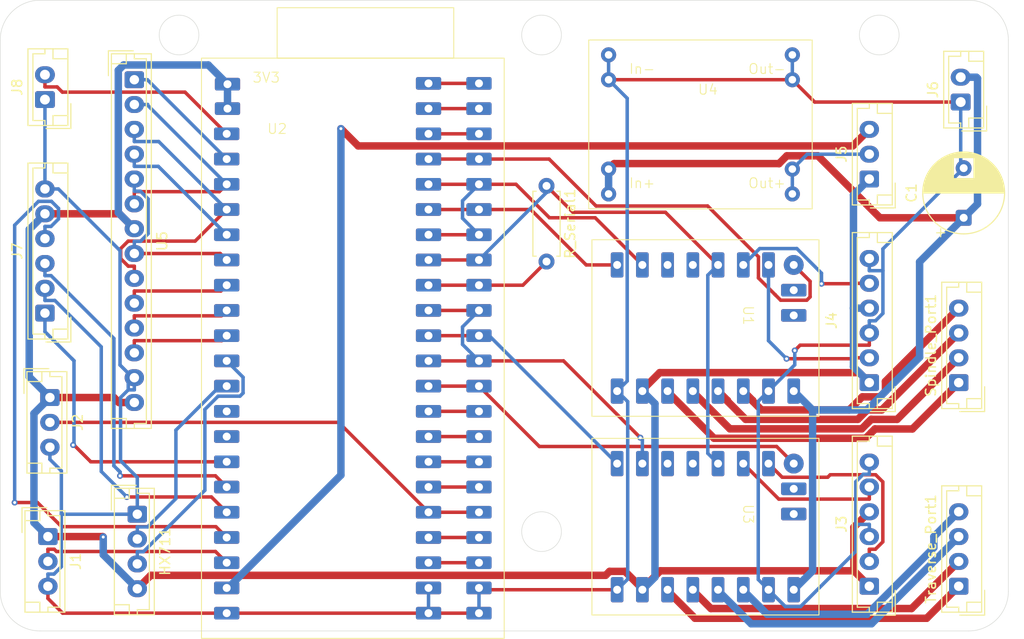
<source format=kicad_pcb>
(kicad_pcb (version 20241229) (generator "pcbnew") (generator_version "9.0")
  (layers (0 "F.Cu" signal) (2 "B.Cu" signal) (13 "F.Paste" user) (15 "B.Paste" user) (5 "F.SilkS" user "F.Silkscreen") (7 "B.SilkS" user "B.Silkscreen") (1 "F.Mask" user) (3 "B.Mask" user) (25 "Edge.Cuts" user))
  (net 0 "")
  (net 1 "+24V")
  (net 2 "GND")
  (net 3 "/P3")
  (net 4 "+3V3")
  (net 5 "/P8")
  (net 6 "/P14")
  (net 7 "/P46")
  (net 8 "Net-(J3-Pin_5)")
  (net 9 "Net-(J3-Pin_2)")
  (net 10 "Net-(J4-Pin_5)")
  (net 11 "Net-(J4-Pin_2)")
  (net 12 "/5V")
  (net 13 "Net-(J5-Pin_2)")
  (net 14 "/P40")
  (net 15 "/P39")
  (net 16 "Net-(Spindle_Port1-Pin_2)")
  (net 17 "Net-(Spindle_Port1-Pin_1)")
  (net 18 "Net-(Spindle_Port1-Pin_3)")
  (net 19 "Net-(Spindle_Port1-Pin_4)")
  (net 20 "Net-(Traverse_Port1-Pin_1)")
  (net 21 "Net-(Traverse_Port1-Pin_2)")
  (net 22 "Net-(Traverse_Port1-Pin_3)")
  (net 23 "Net-(Traverse_Port1-Pin_4)")
  (net 25 "/P1")
  (net 26 "/P2")
  (net 28 "/P42")
  (net 30 "unconnected-(U2-RX-Pad25)")
  (net 31 "unconnected-(U2-GND-Pad23)")
  (net 32 "unconnected-(U2-TX-Pad24)")
  (net 33 "/P36")
  (net 34 "/P37")
  (net 36 "/P35")
  (net 39 "/P4")
  (net 40 "/P16")
  (net 41 "/P7")
  (net 42 "/P5")
  (net 43 "/P6")
  (net 44 "/P17")
  (net 45 "/P15")
  (net 46 "/P18")
  (net 47 "/P45")
  (net 48 "/P20")
  (net 49 "/P0")
  (net 50 "/P19")
  (net 51 "/P47")
  (net 52 "/P13")
  (net 53 "/P11")
  (net 54 "/P10")
  (net 55 "/P21")
  (net 56 "/P12")
  (net 57 "/P9")
  (net 58 "/RST")
  (net 59 "/P48")
  (footprint "Connector_JST:JST_EH_B4B-EH-A_1x04_P2.50mm_Vertical" (layer "F.Cu") (at 128.5 94.5 90)
    (property "Reference" "Spindle_Port1")
    (property "Value" "Conn_01x04_Pin")
  )
  (footprint "Connector_JST:JST_EH_B6B-EH-A_1x06_P2.50mm_Vertical" (layer "F.Cu") (at 119.5 94.5 90)
    (property "Reference" "J4")
    (property "Value" "Conn_01x06_Pin")
  )
  (footprint "CustomParts:S3 DEvkit DualW" (layer "F.Cu") (at 59.88 69.45)
    (property "Reference" "U2")
    (property "Value" "~")
  )
  (footprint "Connector_JST:JST_EH_B4B-EH-A_1x04_P2.50mm_Vertical" (layer "F.Cu") (at 128.5 115 90)
    (property "Reference" "Traverse_Port1")
    (property "Value" "Conn_01x04_Pin")
  )
  (footprint "Resistor_THT:R_Axial_DIN0207_L6.3mm_D2.5mm_P7.62mm_Horizontal" (layer "F.Cu") (at 87 74.69 -90)
    (property "Reference" "R_Serial1")
    (property "Value" "1k")
  )
  (footprint "CustomParts:MS1584_fullboard" (layer "F.Cu") (at 103.25 65.5)
    (property "Reference" "U4")
    (property "Value" "~")
  )
  (footprint "CustomParts:TC2209" (layer "F.Cu") (at 106.81 107.73 -90)
    (property "Reference" "U3")
    (property "Value" "~")
  )
  (footprint "Connector_JST:JST_EH_B14B-EH-A_1x14_P2.50mm_Vertical" (layer "F.Cu") (at 45.5 64 -90)
    (property "Reference" "U5")
    (property "Value" "~")
  )
  (footprint "Connector_JST:JST_EH_B6B-EH-A_1x06_P2.50mm_Vertical" (layer "F.Cu") (at 36.5 87.5 90)
    (property "Reference" "J7")
    (property "Value" "SD_card EXT")
  )
  (footprint "CustomParts:TC2209" (layer "F.Cu") (at 106.81 87.73 -90)
    (property "Reference" "U1")
    (property "Value" "~")
  )
  (footprint "Connector_JST:JST_EH_B6B-EH-A_1x06_P2.50mm_Vertical" (layer "F.Cu") (at 119.5 115 90)
    (property "Reference" "J3")
    (property "Value" "Conn_01x06_Pin")
  )
  (footprint "Connector_JST:JST_EH_B2B-EH-A_1x02_P2.50mm_Vertical" (layer "F.Cu") (at 36.5 66 90)
    (property "Reference" "J8")
    (property "Value" "Reset SW")
  )
  (footprint "Capacitor_THT:CP_Radial_D8.0mm_P5.00mm" (layer "F.Cu") (at 129 77.9027 90)
    (property "Reference" "C1")
    (property "Value" "C_Polarized")
  )
  (footprint "Connector_JST:JST_EH_B4B-EH-A_1x04_P2.50mm_Vertical" (layer "F.Cu") (at 45.8 107.75 -90)
    (property "Reference" "HX711")
    (property "Value" "~")
  )
  (footprint "Connector_JST:JST_EH_B2B-EH-A_1x02_P2.50mm_Vertical" (layer "F.Cu") (at 128.7 66.25 90)
    (property "Reference" "J6")
    (property "Value" "Conn_01x02_Pin")
  )
  (footprint "Connector_JST:JST_EH_B3B-EH-A_1x03_P2.50mm_Vertical" (layer "F.Cu") (at 36.8 110 -90)
    (property "Reference" "J1")
    (property "Value" "Speed_Pot")
  )
  (footprint "Connector_JST:JST_EH_B3B-EH-A_1x03_P2.50mm_Vertical" (layer "F.Cu") (at 37 96 -90)
    (property "Reference" "J2")
    (property "Value" "Optical_Gate")
  )
  (footprint "Connector_JST:JST_EH_B3B-EH-A_1x03_P2.50mm_Vertical" (layer "F.Cu") (at 119.5 74 90)
    (property "Reference" "J5")
    (property "Value" "Voltage Selector")
  )
  (gr_arc (start 129.5 56) (mid 132.328427 57.171573) (end 133.5 60) (stroke (width 0.05)) (layer "Edge.Cuts"))
  (gr_line (start 129.5 119.5) (end 36 119.5) (stroke (width 0.05)) (layer "Edge.Cuts"))
  (gr_circle (center 86.5 59.5) (end 86.5 61.5) (stroke (width 0.05)) (fill no) (layer "Edge.Cuts"))
  (gr_circle (center 50 59.5) (end 50 61.5) (stroke (width 0.05)) (fill no) (layer "Edge.Cuts"))
  (gr_circle (center 86.5 109.5) (end 86.5 111.5) (stroke (width 0.05)) (fill no) (layer "Edge.Cuts"))
  (gr_arc (start 32 60) (mid 33.171573 57.171573) (end 36 56) (stroke (width 0.05)) (layer "Edge.Cuts"))
  (gr_arc (start 133.5 115.5) (mid 132.328427 118.328427) (end 129.5 119.5) (stroke (width 0.05)) (layer "Edge.Cuts"))
  (gr_line (start 133.5 60) (end 133.5 115.5) (stroke (width 0.05)) (layer "Edge.Cuts"))
  (gr_circle (center 120.5 59.5) (end 120.5 61.5) (stroke (width 0.05)) (fill no) (layer "Edge.Cuts"))
  (gr_arc (start 36 119.5) (mid 33.171573 118.328427) (end 32 115.5) (stroke (width 0.05)) (layer "Edge.Cuts"))
  (gr_line (start 36 56) (end 129.5 56) (stroke (width 0.05)) (layer "Edge.Cuts"))
  (gr_line (start 32 115.5) (end 32 60) (stroke (width 0.05)) (layer "Edge.Cuts"))
  (segment (start 111.1955 71.6613) (end 114.3251 71.6613) (width 0.75) (layer "F.Cu") (net 1))
  (segment (start 120.5665 77.9027) (end 129 77.9027) (width 0.75) (layer "F.Cu") (net 1))
  (segment (start 114.3251 71.6613) (end 120.5665 77.9027) (width 0.75) (layer "F.Cu") (net 1))
  (segment (start 93.8044 72.4456) (end 110.4113 72.4456) (width 0.75) (layer "F.Cu") (net 1))
  (segment (start 110.4113 72.4455) (end 111.1955 71.6613) (width 0.75) (layer "F.Cu") (net 1))
  (segment (start 110.4113 72.4456) (end 110.4113 72.4455) (width 0.75) (layer "F.Cu") (net 1))
  (segment (start 93.25 73) (end 93.8044 72.4456) (width 0.75) (layer "F.Cu") (net 1))
  (segment (start 129 77.9027) (end 130.3933 76.5094) (width 0.75) (layer "B.Cu") (net 1))
  (segment (start 93.25 75.5) (end 93.25 73) (width 0.75) (layer "B.Cu") (net 1))
  (segment (start 113.789 97.249) (end 119.2545 97.249) (width 0.75) (layer "B.Cu") (net 1))
  (segment (start 113.789 97.249) (end 111.89 95.35) (width 0.75) (layer "B.Cu") (net 1))
  (segment (start 130.3933 63.8666) (end 130.2767 63.75) (width 0.75) (layer "B.Cu") (net 1))
  (segment (start 130.3933 76.5094) (end 130.3933 63.8666) (width 0.75) (layer "B.Cu") (net 1))
  (segment (start 111.89 115.35) (end 113.789 113.451) (width 0.75) (layer "B.Cu") (net 1))
  (segment (start 113.789 113.451) (end 113.789 97.249) (width 0.75) (layer "B.Cu") (net 1))
  (segment (start 124.5626 82.3401) (end 129 77.9027) (width 0.75) (layer "B.Cu") (net 1))
  (segment (start 119.2545 97.249) (end 124.5626 91.9409) (width 0.75) (layer "B.Cu") (net 1))
  (segment (start 128.7 63.75) (end 130.2767 63.75) (width 0.75) (layer "B.Cu") (net 1))
  (segment (start 124.5626 91.9409) (end 124.5626 82.3401) (width 0.75) (layer "B.Cu") (net 1))
  (segment (start 80.38 115.35) (end 80.2 115.17) (width 0.35) (layer "F.Cu") (net 2))
  (segment (start 75.12 117.71) (end 80.2 117.71) (width 0.35) (layer "F.Cu") (net 2))
  (segment (start 54.8 117.71) (end 75.12 117.71) (width 0.35) (layer "F.Cu") (net 2))
  (segment (start 93.25 64) (end 111.75 64) (width 0.35) (layer "F.Cu") (net 2))
  (segment (start 119.5 89.5) (end 119.5 90.7267) (width 0.35) (layer "F.Cu") (net 2))
  (segment (start 112.5314 90.7267) (end 119.5 90.7267) (width 0.35) (layer "F.Cu") (net 2))
  (segment (start 36.8 116.2267) (end 38.2833 117.71) (width 0.35) (layer "F.Cu") (net 2))
  (segment (start 111.9924 91.2657) (end 112.5314 90.7267) (width 0.35) (layer "F.Cu") (net 2))
  (segment (start 114 66.25) (end 128.7 66.25) (width 0.35) (layer "F.Cu") (net 2))
  (segment (start 111.75 64) (end 114 66.25) (width 0.35) (layer "F.Cu") (net 2))
  (segment (start 36.8 115) (end 36.8 116.2267) (width 0.35) (layer "F.Cu") (net 2))
  (segment (start 38.2833 117.71) (end 54.8 117.71) (width 0.35) (layer "F.Cu") (net 2))
  (segment (start 94.11 115.35) (end 80.38 115.35) (width 0.35) (layer "F.Cu") (net 2))
  (via (at 111.9924 91.2657) (size 0.6) (drill 0.3) (layers "F.Cu" "B.Cu") (net 2))
  (segment (start 118.1347 104.4787) (end 118.1347 108.7733) (width 0.35) (layer "B.Cu") (net 2))
  (segment (start 109.35 115.35) (end 108.3181 114.3181) (width 0.35) (layer "B.Cu") (net 2))
  (segment (start 120.1175 88.2733) (end 120.8686 87.5222) (width 0.35) (layer "B.Cu") (net 2))
  (segment (start 38.1527 107.75) (end 45.8 107.75) (width 0.35) (layer "B.Cu") (net 2))
  (segment (start 119.5 89.5) (end 119.5 88.2733) (width 0.35) (layer "B.Cu") (net 2))
  (segment (start 118.1347 108.7733) (end 119.5 108.7733) (width 0.35) (layer "B.Cu") (net 2))
  (segment (start 36.5 75) (end 37.8517 75) (width 0.35) (layer "B.Cu") (net 2))
  (segment (start 38.1527 103.3794) (end 37 102.2267) (width 0.35) (layer "B.Cu") (net 2))
  (segment (start 119.5 103.7267) (end 118.8867 103.7267) (width 0.35) (layer "B.Cu") (net 2))
  (segment (start 93.25 61.5) (end 93.25 64) (width 0.35) (layer "B.Cu") (net 2))
  (segment (start 120.8686 83.2267) (end 120.8686 81.0341) (width 0.35) (layer "B.Cu") (net 2))
  (segment (start 95.1224 94.3376) (end 95.1224 65.8724) (width 0.35) (layer "B.Cu") (net 2))
  (segment (start 45.5 95.2267) (end 44.8867 95.2267) (width 0.35) (layer "B.Cu") (net 2))
  (segment (start 109.35 95.35) (end 111.9924 92.7076) (width 0.35) (layer "B.Cu") (net 2))
  (segment (start 37 101) (end 37 102.2267) (width 0.35) (layer "B.Cu") (net 2))
  (segment (start 95.1224 65.8724) (end 93.25 64) (width 0.35) (layer "B.Cu") (net 2))
  (segment (start 94.11 95.35) (end 95.1224 94.3376) (width 0.35) (layer "B.Cu") (net 2))
  (segment (start 38.1527 107.75) (end 38.1527 103.3794) (width 0.35) (layer "B.Cu") (net 2))
  (segment (start 111.0386 117.0386) (end 109.35 115.35) (width 0.35) (layer "B.Cu") (net 2))
  (segment (start 108.3181 114.3181) (end 108.3181 96.3819) (width 0.35) (layer "B.Cu") (net 2))
  (segment (start 44.1119 102.3622) (end 45.8 104.0503) (width 0.35) (layer "B.Cu") (net 2))
  (segment (start 44.8867 93.5517) (end 44.8867 95.2267) (width 0.35) (layer "B.Cu") (net 2))
  (segment (start 112.5838 117.0386) (end 111.0386 117.0386) (width 0.35) (layer "B.Cu") (net 2))
  (segment (start 44.0602 81.2085) (end 44.0602 92.7252) (width 0.35) (layer "B.Cu") (net 2))
  (segment (start 95.1729 96.4129) (end 95.1729 114.2871) (width 0.35) (layer "B.Cu") (net 2))
  (segment (start 119.5 82) (end 119.5 83.2267) (width 0.35) (layer "B.Cu") (net 2))
  (segment (start 108.3181 96.3819) (end 109.35 95.35) (width 0.35) (layer "B.Cu") (net 2))
  (segment (start 80.2 115.17) (end 80.2 117.71) (width 0.35) (layer "B.Cu") (net 2))
  (segment (start 45.5 94) (end 45.5 95.2267) (width 0.35) (layer "B.Cu") (net 2))
  (segment (start 75.12 115.17) (end 75.12 117.71) (width 0.35) (layer "B.Cu") (net 2))
  (segment (start 118.1347 108.7733) (end 118.1347 111.4877) (width 0.35) (layer "B.Cu") (net 2))
  (segment (start 120.8686 87.5222) (end 120.8686 83.2267) (width 0.35) (layer "B.Cu") (net 2))
  (segment (start 45.8 104.0503) (end 45.8 107.75) (width 0.35) (layer "B.Cu") (net 2))
  (segment (start 126.9505 74.9522) (end 129 72.9027) (width 0.35) (layer "B.Cu") (net 2))
  (segment (start 119.5 102.5) (end 119.5 103.7267) (width 0.35) (layer "B.Cu") (net 2))
  (segment (start 111.75 64) (end 111.75 61.5) (width 0.35) (layer "B.Cu") (net 2))
  (segment (start 120.8686 81.0341) (end 126.9505 74.9522) (width 0.35) (layer "B.Cu") (net 2))
  (segment (start 128.7 73.2027) (end 128.7 66.25) (width 0.35) (layer "B.Cu") (net 2))
  (segment (start 36.8 115) (end 36.8 113.7733) (width 0.35) (layer "B.Cu") (net 2))
  (segment (start 119.5 110) (end 119.5 108.7733) (width 0.35) (layer "B.Cu") (net 2))
  (segment (start 44.8867 95.2267) (end 44.1119 96.0015) (width 0.35) (layer "B.Cu") (net 2))
  (segment (start 126.9505 74.9522) (end 128.7 73.2027) (width 0.35) (layer "B.Cu") (net 2))
  (segment (start 44.1119 96.0015) (end 44.1119 102.3622) (width 0.35) (layer "B.Cu") (net 2))
  (segment (start 118.8867 103.7267) (end 118.1347 104.4787) (width 0.35) (layer "B.Cu") (net 2))
  (segment (start 94.11 95.35) (end 95.1729 96.4129) (width 0.35) (layer "B.Cu") (net 2))
  (segment (start 95.1729 114.2871) (end 94.11 115.35) (width 0.35) (layer "B.Cu") (net 2))
  (segment (start 44.0602 92.7252) (end 44.8867 93.5517) (width 0.35) (layer "B.Cu") (net 2))
  (segment (start 37.4133 113.7733) (end 38.1527 113.0339) (width 0.35) (layer "B.Cu") (net 2))
  (segment (start 36.5 75) (end 36.5 66) (width 0.35) (layer "B.Cu") (net 2))
  (segment (start 119.5 88.2733) (end 120.1175 88.2733) (width 0.35) (layer "B.Cu") (net 2))
  (segment (start 38.1527 113.0339) (end 38.1527 107.75) (width 0.35) (layer "B.Cu") (net 2))
  (segment (start 111.9924 92.7076) (end 111.9924 91.2657) (width 0.35) (layer "B.Cu") (net 2))
  (segment (start 118.1347 111.4877) (end 112.5838 117.0386) (width 0.35) (layer "B.Cu") (net 2))
  (segment (start 119.5 83.2267) (end 120.8686 83.2267) (width 0.35) (layer "B.Cu") (net 2))
  (segment (start 37.8517 75) (end 44.0602 81.2085) (width 0.35) (layer "B.Cu") (net 2))
  (segment (start 36.8 113.7733) (end 37.4133 113.7733) (width 0.35) (layer "B.Cu") (net 2))
  (segment (start 54.8 94.85) (end 54.1173 94.85) (width 0.35) (layer "B.Cu") (net 3))
  (segment (start 45.8 110.25) (end 45.8 109.0233) (width 0.35) (layer "B.Cu") (net 3))
  (segment (start 46.8401 109.0233) (end 45.8 109.0233) (width 0.35) (layer "B.Cu") (net 3))
  (segment (start 49.6862 106.1772) (end 46.8401 109.0233) (width 0.35) (layer "B.Cu") (net 3))
  (segment (start 54.1173 94.85) (end 49.6862 99.2811) (width 0.35) (layer "B.Cu") (net 3))
  (segment (start 49.6862 99.2811) (end 49.6862 106.1772) (width 0.35) (layer "B.Cu") (net 3))
  (segment (start 98.3922 93.4924) (end 118.4924 93.4924) (width 0.75) (layer "F.Cu") (net 4))
  (segment (start 42.3247 110) (end 42.3692 110.0445) (width 0.75) (layer "F.Cu") (net 4))
  (segment (start 43.4483 96) (end 43.9483 96.5) (width 0.75) (layer "F.Cu") (net 4))
  (segment (start 37 96) (end 43.4483 96) (width 0.75) (layer "F.Cu") (net 4))
  (segment (start 47.1499 113.9001) (end 92.9499 113.9001) (width 0.75) (layer "F.Cu") (net 4))
  (segment (start 93.3474 113.5026) (end 94.902 113.5026) (width 0.75) (layer "F.Cu") (net 4))
  (segment (start 118.4924 93.4924) (end 119.5 94.5) (width 0.75) (layer "F.Cu") (net 4))
  (segment (start 96.65 95.35) (end 96.65 95.2346) (width 0.75) (layer "F.Cu") (net 4))
  (segment (start 96.65 115.2506) (end 96.65 115.35) (width 0.75) (layer "F.Cu") (net 4))
  (segment (start 92.9499 113.9001) (end 93.3474 113.5026) (width 0.75) (layer "F.Cu") (net 4))
  (segment (start 45.8 115.25) (end 47.1499 113.9001) (width 0.75) (layer "F.Cu") (net 4))
  (segment (start 98.456 113.4446) (end 96.65 115.2506) (width 0.75) (layer "F.Cu") (net 4))
  (segment (start 45.5 96.5) (end 43.9483 96.5) (width 0.75) (layer "F.Cu") (net 4))
  (segment (start 96.65 95.2346) (end 98.3922 93.4924) (width 0.75) (layer "F.Cu") (net 4))
  (segment (start 36.5 77.5) (end 44 77.5) (width 0.75) (layer "F.Cu") (net 4))
  (segment (start 36.8 110) (end 42.3247 110) (width 0.75) (layer "F.Cu") (net 4))
  (segment (start 119.5 107.5) (end 117.9446 109.0554) (width 0.75) (layer "F.Cu") (net 4))
  (segment (start 44 77.5) (end 45.5 79) (width 0.75) (layer "F.Cu") (net 4))
  (segment (start 117.9446 113.4446) (end 119.5 115) (width 0.75) (layer "F.Cu") (net 4))
  (segment (start 117.9446 109.0554) (end 117.9446 113.4446) (width 0.75) (layer "F.Cu") (net 4))
  (segment (start 94.902 113.5026) (end 96.65 115.2506) (width 0.75) (layer "F.Cu") (net 4))
  (segment (start 117.9446 113.4446) (end 98.456 113.4446) (width 0.75) (layer "F.Cu") (net 4))
  (via (at 42.3692 110.0445) (size 0.6) (drill 0.3) (layers "F.Cu" "B.Cu") (net 4))
  (segment (start 97.92 114.08) (end 96.65 115.35) (width 0.75) (layer "B.Cu") (net 4))
  (segment (start 54.88 64.45) (end 52.9473 62.5173) (width 0.75) (layer "B.Cu") (net 4))
  (segment (start 52.9473 62.5173) (end 44.4247 62.5173) (width 0.75) (layer "B.Cu") (net 4))
  (segment (start 35.3945 108.5945) (end 35.3945 97.6055) (width 0.75) (layer "B.Cu") (net 4))
  (segment (start 34.9178 79.0822) (end 36.5 77.5) (width 0.75) (layer "B.Cu") (net 4))
  (segment (start 117.9042 87) (end 117.9042 75.5958) (width 0.75) (layer "B.Cu") (net 4))
  (segment (start 36.8 110) (end 35.3945 108.5945) (width 0.75) (layer "B.Cu") (net 4))
  (segment (start 119.5 87) (end 117.9042 87) (width 0.75) (layer "B.Cu") (net 4))
  (segment (start 43.8877 63.0543) (end 43.8877 77.3877) (width 0.75) (layer "B.Cu") (net 4))
  (segment (start 37 96) (end 34.9178 93.9178) (width 0.75) (layer "B.Cu") (net 4))
  (segment (start 42.3692 111.8192) (end 45.8 115.25) (width 0.75) (layer "B.Cu") (net 4))
  (segment (start 42.3692 110.0445) (end 42.3692 111.8192) (width 0.75) (layer "B.Cu") (net 4))
  (segment (start 117.9042 75.5958) (end 119.5 74) (width 0.75) (layer "B.Cu") (net 4))
  (segment (start 54.88 64.45) (end 54.88 66.91) (width 0.75) (layer "B.Cu") (net 4))
  (segment (start 119.5 94.5) (end 117.9042 92.9042) (width 0.75) (layer "B.Cu") (net 4))
  (segment (start 96.65 95.35) (end 97.92 96.62) (width 0.75) (layer "B.Cu") (net 4))
  (segment (start 117.9042 92.9042) (end 117.9042 87) (width 0.75) (layer "B.Cu") (net 4))
  (segment (start 43.8877 77.3877) (end 45.5 79) (width 0.75) (layer "B.Cu") (net 4))
  (segment (start 35.3945 97.6055) (end 37 96) (width 0.75) (layer "B.Cu") (net 4))
  (segment (start 34.9178 93.9178) (end 34.9178 79.0822) (width 0.75) (layer "B.Cu") (net 4))
  (segment (start 97.92 96.62) (end 97.92 114.08) (width 0.75) (layer "B.Cu") (net 4))
  (segment (start 44.4247 62.5173) (end 43.8877 63.0543) (width 0.75) (layer "B.Cu") (net 4))
  (segment (start 52.6029 105.3379) (end 46.4175 111.5233) (width 0.35) (layer "B.Cu") (net 5))
  (segment (start 54.8 92.31) (end 56.4487 93.9587) (width 0.35) (layer "B.Cu") (net 5))
  (segment (start 53.9344 95.8624) (end 52.6029 97.1939) (width 0.35) (layer "B.Cu") (net 5))
  (segment (start 45.8 112.75) (end 45.8 111.5233) (width 0.35) (layer "B.Cu") (net 5))
  (segment (start 52.6029 97.1939) (end 52.6029 105.3379) (width 0.35) (layer "B.Cu") (net 5))
  (segment (start 46.4175 111.5233) (end 45.8 111.5233) (width 0.35) (layer "B.Cu") (net 5))
  (segment (start 56.1359 95.8624) (end 53.9344 95.8624) (width 0.35) (layer "B.Cu") (net 5))
  (segment (start 56.4487 93.9587) (end 56.4487 95.5496) (width 0.35) (layer "B.Cu") (net 5))
  (segment (start 56.4487 95.5496) (end 56.1359 95.8624) (width 0.35) (layer "B.Cu") (net 5))
  (segment (start 37.6599 111.5001) (end 37.4331 111.2733) (width 0.35) (layer "F.Cu") (net 6))
  (segment (start 54.8 112.63) (end 53.6701 111.5001) (width 0.35) (layer "F.Cu") (net 6))
  (segment (start 53.6701 111.5001) (end 37.6599 111.5001) (width 0.35) (layer "F.Cu") (net 6))
  (segment (start 37.4331 111.2733) (end 36.8 111.2733) (width 0.35) (layer "F.Cu") (net 6))
  (segment (start 36.8 112.5) (end 36.8 111.2733) (width 0.35) (layer "F.Cu") (net 6))
  (segment (start 119.5 105) (end 119.5 106.2267) (width 0.35) (layer "F.Cu") (net 8))
  (segment (start 106.81 102.65) (end 110.3867 106.2267) (width 0.35) (layer "F.Cu") (net 8))
  (segment (start 110.3867 106.2267) (end 119.5 106.2267) (width 0.35) (layer "F.Cu") (net 8))
  (segment (start 120.8604 104.4955) (end 120.8604 110.5263) (width 0.35) (layer "F.Cu") (net 9))
  (segment (start 109.35 102.65) (end 110.7267 104.0267) (width 0.35) (layer "F.Cu") (net 9))
  (segment (start 115.5647 103.7733) (end 120.1382 103.7733) (width 0.35) (layer "F.Cu") (net 9))
  (segment (start 120.1134 111.2733) (end 119.5 111.2733) (width 0.35) (layer "F.Cu") (net 9))
  (segment (start 120.1382 103.7733) (end 120.8604 104.4955) (width 0.35) (layer "F.Cu") (net 9))
  (segment (start 119.5 112.5) (end 119.5 111.2733) (width 0.35) (layer "F.Cu") (net 9))
  (segment (start 120.8604 110.5263) (end 120.1134 111.2733) (width 0.35) (layer "F.Cu") (net 9))
  (segment (start 110.7267 104.0267) (end 115.3113 104.0267) (width 0.35) (layer "F.Cu") (net 9))
  (segment (start 115.3113 104.0267) (end 115.5647 103.7733) (width 0.35) (layer "F.Cu") (net 9))
  (segment (start 118.1089 84.5394) (end 118.1483 84.5) (width 0.35) (layer "F.Cu") (net 10))
  (segment (start 114.683 84.5394) (end 118.1089 84.5394) (width 0.35) (layer "F.Cu") (net 10))
  (segment (start 119.5 84.5) (end 118.1483 84.5) (width 0.35) (layer "F.Cu") (net 10))
  (via (at 114.683 84.5394) (size 0.6) (drill 0.3) (layers "F.Cu" "B.Cu") (net 10))
  (segment (start 112.2032 81.0006) (end 114.683 83.4804) (width 0.35) (layer "B.Cu") (net 10))
  (segment (start 106.81 82.65) (end 108.4594 81.0006) (width 0.35) (layer "B.Cu") (net 10))
  (segment (start 108.4594 81.0006) (end 112.2032 81.0006) (width 0.35) (layer "B.Cu") (net 10))
  (segment (start 114.683 83.4804) (end 114.683 84.5394) (width 0.35) (layer "B.Cu") (net 10))
  (segment (start 118.0556 92.0927) (end 118.1483 92) (width 0.35) (layer "F.Cu") (net 11))
  (segment (start 119.5 92) (end 118.1483 92) (width 0.35) (layer "F.Cu") (net 11))
  (segment (start 111.1668 92.0927) (end 118.0556 92.0927) (width 0.35) (layer "F.Cu") (net 11))
  (via (at 111.1668 92.0927) (size 0.6) (drill 0.3) (layers "F.Cu" "B.Cu") (net 11))
  (segment (start 109.35 82.65) (end 109.35 90.2759) (width 0.35) (layer "B.Cu") (net 11))
  (segment (start 109.35 90.2759) (end 111.1668 92.0927) (width 0.35) (layer "B.Cu") (net 11))
  (segment (start 68.0363 70.6662) (end 66.2988 68.9287) (width 0.75) (layer "F.Cu") (net 12))
  (segment (start 119.5 69) (end 117.8338 70.6662) (width 0.75) (layer "F.Cu") (net 12))
  (segment (start 117.8338 70.6662) (end 68.0363 70.6662) (width 0.75) (layer "F.Cu") (net 12))
  (via (at 66.2988 68.9287) (size 0.6) (drill 0.3) (layers "F.Cu" "B.Cu") (net 12))
  (segment (start 54.938 115.17) (end 54.8 115.17) (width 0.75) (layer "B.Cu") (net 12))
  (segment (start 66.2988 103.8092) (end 54.938 115.17) (width 0.75) (layer "B.Cu") (net 12))
  (segment (start 66.2988 68.9287) (end 66.2988 103.8092) (width 0.75) (layer "B.Cu") (net 12))
  (segment (start 113.25 71.5) (end 119.5 71.5) (width 0.35) (layer "B.Cu") (net 13))
  (segment (start 111.75 75.5) (end 111.75 73) (width 0.35) (layer "B.Cu") (net 13))
  (segment (start 111.75 73) (end 113.25 71.5) (width 0.35) (layer "B.Cu") (net 13))
  (segment (start 89.6566 77.3466) (end 98.9666 77.3466) (width 0.35) (layer "F.Cu") (net 14))
  (segment (start 87 74.69) (end 89.6566 77.3466) (width 0.35) (layer "F.Cu") (net 14))
  (segment (start 80.2 82.15) (end 75.12 82.15) (width 0.35) (layer "F.Cu") (net 14))
  (segment (start 98.9666 77.3466) (end 104.27 82.65) (width 0.35) (layer "F.Cu") (net 14))
  (segment (start 104.27 102.65) (end 103.2381 101.6181) (width 0.35) (layer "B.Cu") (net 14))
  (segment (start 103.2381 101.6181) (end 103.2381 83.6819) (width 0.35) (layer "B.Cu") (net 14))
  (segment (start 87 75.35) (end 80.2 82.15) (width 0.35) (layer "B.Cu") (net 14))
  (segment (start 103.2381 83.6819) (end 104.27 82.65) (width 0.35) (layer "B.Cu") (net 14))
  (segment (start 87 74.69) (end 87 75.35) (width 0.35) (layer "B.Cu") (net 14))
  (segment (start 84.62 84.69) (end 87 82.31) (width 0.35) (layer "F.Cu") (net 15))
  (segment (start 75.12 84.69) (end 80.2 84.69) (width 0.35) (layer "F.Cu") (net 15))
  (segment (start 80.2 84.69) (end 84.62 84.69) (width 0.35) (layer "F.Cu") (net 15))
  (segment (start 119.6886 98.1997) (end 122.3003 98.1997) (width 0.75) (layer "F.Cu") (net 16))
  (segment (start 105.4605 99.1513) (end 101.73 95.4208) (width 0.75) (layer "F.Cu") (net 16))
  (segment (start 101.73 95.4208) (end 101.73 95.35) (width 0.75) (layer "F.Cu") (net 16))
  (segment (start 119.2946 98.5937) (end 119.6886 98.1997) (width 0.75) (layer "F.Cu") (net 16))
  (segment (start 119.2946 98.5937) (end 118.737 99.1513) (width 0.75) (layer "F.Cu") (net 16))
  (segment (start 118.737 99.1513) (end 105.4605 99.1513) (width 0.75) (layer "F.Cu") (net 16))
  (segment (start 119.2946 98.5937) (end 119.6886 98.1997) (width 0.75) (layer "F.Cu") (net 16))
  (segment (start 122.3003 98.1997) (end 128.5 92) (width 0.75) (layer "F.Cu") (net 16))
  (segment (start 119.6887 99.5454) (end 120.0699 99.1642) (width 0.75) (layer "F.Cu") (net 17))
  (segment (start 119.1311 100.103) (end 103.8705 100.103) (width 0.75) (layer "F.Cu") (net 17))
  (segment (start 119.6887 99.5454) (end 120.0699 99.1642) (width 0.75) (layer "F.Cu") (net 17))
  (segment (start 103.8705 100.103) (end 99.19 95.4225) (width 0.75) (layer "F.Cu") (net 17))
  (segment (start 99.19 95.4225) (end 99.19 95.35) (width 0.75) (layer "F.Cu") (net 17))
  (segment (start 119.6887 99.5454) (end 119.1311 100.103) (width 0.75) (layer "F.Cu") (net 17))
  (segment (start 120.0699 99.1642) (end 123.8358 99.1642) (width 0.75) (layer "F.Cu") (net 17))
  (segment (start 123.8358 99.1642) (end 128.5 94.5) (width 0.75) (layer "F.Cu") (net 17))
  (segment (start 119.2945 97.2479) (end 118.3443 98.1981) (width 0.75) (layer "F.Cu") (net 18))
  (segment (start 120.7521 97.2479) (end 119.2945 97.2479) (width 0.75) (layer "F.Cu") (net 18))
  (segment (start 107.0481 98.1981) (end 105.2193 96.3693) (width 0.75) (layer "F.Cu") (net 18))
  (segment (start 105.2193 96.3693) (end 105.2193 96.2992) (width 0.75) (layer "F.Cu") (net 18))
  (segment (start 105.2192 96.2992) (end 104.27 95.35) (width 0.75) (layer "F.Cu") (net 18))
  (segment (start 118.3443 98.1981) (end 107.0481 98.1981) (width 0.75) (layer "F.Cu") (net 18))
  (segment (start 105.2193 96.2992) (end 105.2192 96.2992) (width 0.75) (layer "F.Cu") (net 18))
  (segment (start 128.5 89.5) (end 120.7521 97.2479) (width 0.75) (layer "F.Cu") (net 18))
  (segment (start 107.7578 96.2977) (end 107.7577 96.2977) (width 0.75) (layer "F.Cu") (net 19))
  (segment (start 108.6364 97.2464) (end 107.7578 96.3678) (width 0.75) (layer "F.Cu") (net 19))
  (segment (start 121.1237 95.3717) (end 120.5665 95.9289) (width 0.75) (layer "F.Cu") (net 19))
  (segment (start 107.7578 96.3678) (end 107.7578 96.2977) (width 0.75) (layer "F.Cu") (net 19))
  (segment (start 128.5 87) (end 121.1237 94.3763) (width 0.75) (layer "F.Cu") (net 19))
  (segment (start 107.7577 96.2977) (end 106.81 95.35) (width 0.75) (layer "F.Cu") (net 19))
  (segment (start 118.7928 95.9289) (end 117.4753 97.2464) (width 0.75) (layer "F.Cu") (net 19))
  (segment (start 121.1237 94.3763) (end 121.1237 95.3717) (width 0.75) (layer "F.Cu") (net 19))
  (segment (start 117.4753 97.2464) (end 108.6364 97.2464) (width 0.75) (layer "F.Cu") (net 19))
  (segment (start 120.5665 95.9289) (end 118.7928 95.9289) (width 0.75) (layer "F.Cu") (net 19))
  (segment (start 125.2748 118.2252) (end 128.5 115) (width 0.75) (layer "F.Cu") (net 20))
  (segment (start 101.9498 118.2252) (end 125.2748 118.2252) (width 0.75) (layer "F.Cu") (net 20))
  (segment (start 99.19 115.35) (end 99.19 115.4654) (width 0.75) (layer "F.Cu") (net 20))
  (segment (start 99.19 115.4654) (end 101.9498 118.2252) (width 0.75) (layer "F.Cu") (net 20))
  (segment (start 123.758 117.242) (end 128.5 112.5) (width 0.75) (layer "F.Cu") (net 21))
  (segment (start 101.73 115.4228) (end 103.5492 117.242) (width 0.75) (layer "F.Cu") (net 21))
  (segment (start 101.73 115.35) (end 101.73 115.4228) (width 0.75) (layer "F.Cu") (net 21))
  (segment (start 103.5492 117.242) (end 123.758 117.242) (width 0.75) (layer "F.Cu") (net 21))
  (segment (start 119.7245 118.7755) (end 107.602 118.7755) (width 0.75) (layer "B.Cu") (net 22))
  (segment (start 107.602 118.7755) (end 104.27 115.4435) (width 0.75) (layer "B.Cu") (net 22))
  (segment (start 104.27 115.4435) (end 104.27 115.35) (width 0.75) (layer "B.Cu") (net 22))
  (segment (start 128.5 110) (end 119.7245 118.7755) (width 0.75) (layer "B.Cu") (net 22))
  (segment (start 106.81 115.4214) (end 106.81 115.35) (width 0.75) (layer "B.Cu") (net 23))
  (segment (start 125.9981 110.0019) (end 125.9981 111.1084) (width 0.75) (layer "B.Cu") (net 23))
  (segment (start 119.2866 117.8199) (end 109.2085 117.8199) (width 0.75) (layer "B.Cu") (net 23))
  (segment (start 125.9981 111.1084) (end 119.2866 117.8199) (width 0.75) (layer "B.Cu") (net 23))
  (segment (start 128.5 107.5) (end 125.9981 110.0019) (width 0.75) (layer "B.Cu") (net 23))
  (segment (start 109.2085 117.8199) (end 106.81 115.4214) (width 0.75) (layer "B.Cu") (net 23))
  (segment (start 110.0297 85.6569) (end 110.0298 85.6569) (width 0.35) (layer "F.Cu") (net 25))
  (segment (start 113.5374 84.2974) (end 111.89 82.65) (width 0.35) (layer "F.Cu") (net 25))
  (segment (start 87.2618 71.99) (end 91.9863 76.7145) (width 0.35) (layer "F.Cu") (net 25))
  (segment (start 110.0298 85.6569) (end 110.0298 85.657) (width 0.35) (layer "F.Cu") (net 25))
  (segment (start 108.3376 81.8281) (end 108.3376 83.9648) (width 0.35) (layer "F.Cu") (net 25))
  (segment (start 91.9863 76.7145) (end 103.224 76.7145) (width 0.35) (layer "F.Cu") (net 25))
  (segment (start 103.224 76.7145) (end 108.3376 81.8281) (width 0.35) (layer "F.Cu") (net 25))
  (segment (start 113.5374 85.8698) (end 113.5374 84.2974) (width 0.35) (layer "F.Cu") (net 25))
  (segment (start 110.5752 86.2024) (end 113.2048 86.2024) (width 0.35) (layer "F.Cu") (net 25))
  (segment (start 110.0298 85.657) (end 110.5752 86.2024) (width 0.35) (layer "F.Cu") (net 25))
  (segment (start 75.12 71.99) (end 80.2 71.99) (width 0.35) (layer "F.Cu") (net 25))
  (segment (start 80.2 71.99) (end 87.2618 71.99) (width 0.35) (layer "F.Cu") (net 25))
  (segment (start 113.2048 86.2024) (end 113.5374 85.8698) (width 0.35) (layer "F.Cu") (net 25))
  (segment (start 108.3376 83.9648) (end 110.0297 85.6569) (width 0.35) (layer "F.Cu") (net 25))
  (segment (start 75.12 79.61) (end 80.2 79.61) (width 0.35) (layer "F.Cu") (net 26))
  (segment (start 87.3006 77.9013) (end 91.9013 77.9013) (width 0.35) (layer "F.Cu") (net 26))
  (segment (start 83.9293 74.53) (end 87.3006 77.9013) (width 0.35) (layer "F.Cu") (net 26))
  (segment (start 75.12 74.53) (end 80.2 74.53) (width 0.35) (layer "F.Cu") (net 26))
  (segment (start 80.2 74.53) (end 83.9293 74.53) (width 0.35) (layer "F.Cu") (net 26))
  (segment (start 91.9013 77.9013) (end 96.65 82.65) (width 0.35) (layer "F.Cu") (net 26))
  (segment (start 78.5444 76.1856) (end 80.2 74.53) (width 0.35) (layer "B.Cu") (net 26))
  (segment (start 80.2 79.61) (end 78.5444 77.9544) (width 0.35) (layer "B.Cu") (net 26))
  (segment (start 78.5444 77.9544) (end 78.5444 76.1856) (width 0.35) (layer "B.Cu") (net 26))
  (segment (start 75.12 77.07) (end 80.2 77.07) (width 0.35) (layer "F.Cu") (net 28))
  (segment (start 90.9942 82.65) (end 94.11 82.65) (width 0.35) (layer "F.Cu") (net 28))
  (segment (start 80.2 77.07) (end 85.4142 77.07) (width 0.35) (layer "F.Cu") (net 28))
  (segment (start 85.4142 77.07) (end 90.9942 82.65) (width 0.35) (layer "F.Cu") (net 28))
  (segment (start 75.12 69.45) (end 80.2 69.45) (width 0.35) (layer "F.Cu") (net 30))
  (segment (start 75.12 64.37) (end 80.2 64.37) (width 0.35) (layer "F.Cu") (net 31))
  (segment (start 75.12 66.91) (end 80.2 66.91) (width 0.35) (layer "F.Cu") (net 32))
  (segment (start 86.2786 100.9286) (end 80.2 94.85) (width 0.35) (layer "F.Cu") (net 33))
  (segment (start 110.1686 100.9286) (end 86.2786 100.9286) (width 0.35) (layer "F.Cu") (net 33))
  (segment (start 75.12 94.85) (end 80.2 94.85) (width 0.35) (layer "F.Cu") (net 33))
  (segment (start 111.89 102.65) (end 110.1686 100.9286) (width 0.35) (layer "F.Cu") (net 33))
  (segment (start 75.12 89.77) (end 80.2 89.77) (width 0.35) (layer "F.Cu") (net 34))
  (segment (start 81.23 89.77) (end 80.2 89.77) (width 0.35) (layer "B.Cu") (net 34))
  (segment (start 94.11 102.65) (end 81.23 89.77) (width 0.35) (layer "B.Cu") (net 34))
  (segment (start 80.2 92.31) (end 88.714 92.31) (width 0.35) (layer "F.Cu") (net 36))
  (segment (start 80.2 92.31) (end 75.12 92.31) (width 0.35) (layer "F.Cu") (net 36))
  (segment (start 80.2 87.23) (end 75.12 87.23) (width 0.35) (layer "F.Cu") (net 36))
  (segment (start 88.714 92.31) (end 96.4465 100.0425) (width 0.35) (layer "F.Cu") (net 36))
  (via (at 96.4465 100.0425) (size 0.6) (drill 0.3) (layers "F.Cu" "B.Cu") (net 36))
  (segment (start 78.5444 90.6544) (end 78.5444 88.8856) (width 0.35) (layer "B.Cu") (net 36))
  (segment (start 96.4465 100.0425) (end 96.65 100.246) (width 0.35) (layer "B.Cu") (net 36))
  (segment (start 78.5444 88.8856) (end 80.2 87.23) (width 0.35) (layer "B.Cu") (net 36))
  (segment (start 96.65 100.246) (end 96.65 102.65) (width 0.35) (layer "B.Cu") (net 36))
  (segment (start 80.2 92.31) (end 78.5444 90.6544) (width 0.35) (layer "B.Cu") (net 36))
  (segment (start 54.8 71.99) (end 46.81 64) (width 0.35) (layer "B.Cu") (net 39))
  (segment (start 46.81 64) (end 45.5 64) (width 0.35) (layer "B.Cu") (net 39))
  (segment (start 45.5 86.5) (end 45.5 85.2733) (width 0.35) (layer "F.Cu") (net 40))
  (segment (start 54.8 84.69) (end 54.2167 85.2733) (width 0.35) (layer "F.Cu") (net 40))
  (segment (start 54.2167 85.2733) (end 45.5 85.2733) (width 0.35) (layer "F.Cu") (net 40))
  (segment (start 45.5 71.5) (end 45.5 72.7267) (width 0.35) (layer "B.Cu") (net 41))
  (segment (start 45.5 72.7267) (end 47.9167 72.7267) (width 0.35) (layer "B.Cu") (net 41))
  (segment (start 47.9167 72.7267) (end 54.8 79.61) (width 0.35) (layer "B.Cu") (net 41))
  (segment (start 45.5 76.5) (end 45.5 75.2733) (width 0.35) (layer "F.Cu") (net 42))
  (segment (start 54.8 74.53) (end 54.0567 75.2733) (width 0.35) (layer "F.Cu") (net 42))
  (segment (start 54.0567 75.2733) (end 45.5 75.2733) (width 0.35) (layer "F.Cu") (net 42))
  (segment (start 54.8 74.53) (end 46.8517 66.5817) (width 0.35) (layer "B.Cu") (net 42))
  (segment (start 46.8517 66.5817) (end 46.8517 66.5) (width 0.35) (layer "B.Cu") (net 42))
  (segment (start 45.5 66.5) (end 46.8517 66.5) (width 0.35) (layer "B.Cu") (net 42))
  (segment (start 44.1247 81.003) (end 44.8777 80.25) (width 0.35) (layer "F.Cu") (net 43))
  (segment (start 44.8867 82.7733) (end 44.1247 82.0113) (width 0.35) (layer "F.Cu") (net 43))
  (segment (start 45.5 84) (end 45.5 82.7733) (width 0.35) (layer "F.Cu") (net 43))
  (segment (start 51.62 80.25) (end 54.8 77.07) (width 0.35) (layer "F.Cu") (net 43))
  (segment (start 45.5 82.7733) (end 44.8867 82.7733) (width 0.35) (layer "F.Cu") (net 43))
  (segment (start 44.8777 80.25) (end 51.62 80.25) (width 0.35) (layer "F.Cu") (net 43))
  (segment (start 44.1247 82.0113) (end 44.1247 81.003) (width 0.35) (layer "F.Cu") (net 43))
  (segment (start 45.5 69) (end 45.5 70.2267) (width 0.35) (layer "B.Cu") (net 43))
  (segment (start 54.8 77.07) (end 47.9567 70.2267) (width 0.35) (layer "B.Cu") (net 43))
  (segment (start 47.9567 70.2267) (end 45.5 70.2267) (width 0.35) (layer "B.Cu") (net 43))
  (segment (start 54.8 87.23) (end 54.2567 87.7733) (width 0.35) (layer "F.Cu") (net 44))
  (segment (start 45.5 89) (end 45.5 87.7733) (width 0.35) (layer "F.Cu") (net 44))
  (segment (start 54.2567 87.7733) (end 45.5 87.7733) (width 0.35) (layer "F.Cu") (net 44))
  (segment (start 54.15 81.5) (end 54.8 82.15) (width 0.35) (layer "F.Cu") (net 45))
  (segment (start 45.5 81.5) (end 54.15 81.5) (width 0.35) (layer "F.Cu") (net 45))
  (segment (start 46.8877 79.5031) (end 46.1175 80.2733) (width 0.35) (layer "B.Cu") (net 45))
  (segment (start 45.5 74) (end 45.5 75.2267) (width 0.35) (layer "B.Cu") (net 45))
  (segment (start 46.8877 76.0011) (end 46.8877 79.5031) (width 0.35) (layer "B.Cu") (net 45))
  (segment (start 45.5 75.2267) (end 46.1133 75.2267) (width 0.35) (layer "B.Cu") (net 45))
  (segment (start 46.1175 80.2733) (end 45.5 80.2733) (width 0.35) (layer "B.Cu") (net 45))
  (segment (start 45.5 81.5) (end 45.5 80.2733) (width 0.35) (layer "B.Cu") (net 45))
  (segment (start 46.1133 75.2267) (end 46.8877 76.0011) (width 0.35) (layer "B.Cu") (net 45))
  (segment (start 54.2967 90.2733) (end 45.5 90.2733) (width 0.35) (layer "F.Cu") (net 46))
  (segment (start 45.5 91.5) (end 45.5 90.2733) (width 0.35) (layer "F.Cu") (net 46))
  (segment (start 54.8 89.77) (end 54.2967 90.2733) (width 0.35) (layer "F.Cu") (net 46))
  (segment (start 80.2 99.93) (end 75.12 99.93) (width 0.35) (layer "F.Cu") (net 47))
  (segment (start 75.12 110.09) (end 80.2 110.09) (width 0.35) (layer "F.Cu") (net 48))
  (segment (start 75.12 97.39) (end 80.2 97.39) (width 0.35) (layer "F.Cu") (net 49))
  (segment (start 80.2 112.63) (end 75.12 112.63) (width 0.35) (layer "F.Cu") (net 50))
  (segment (start 75.12 105.01) (end 80.2 105.01) (width 0.35) (layer "F.Cu") (net 51))
  (segment (start 53.7105 109.0005) (end 54.8 110.09) (width 0.35) (layer "F.Cu") (net 52))
  (segment (start 35.7452 106.5702) (end 38.1755 109.0005) (width 0.35) (layer "F.Cu") (net 52))
  (segment (start 33.4506 106.5702) (end 35.7452 106.5702) (width 0.35) (layer "F.Cu") (net 52))
  (segment (start 38.1755 109.0005) (end 53.7105 109.0005) (width 0.35) (layer "F.Cu") (net 52))
  (via (at 33.4506 106.5702) (size 0.6) (drill 0.3) (layers "F.Cu" "B.Cu") (net 52))
  (segment (start 37.8652 78.0214) (end 37.8652 76.959) (width 0.35) (layer "B.Cu") (net 52))
  (segment (start 37.1562 76.25) (end 35.8486 76.25) (width 0.35) (layer "B.Cu") (net 52))
  (segment (start 37.8652 76.959) (end 37.1562 76.25) (width 0.35) (layer "B.Cu") (net 52))
  (segment (start 37.1133 78.7733) (end 37.8652 78.0214) (width 0.35) (layer "B.Cu") (net 52))
  (segment (start 36.5 80) (end 36.5 78.7733) (width 0.35) (layer "B.Cu") (net 52))
  (segment (start 36.5 78.7733) (end 37.1133 78.7733) (width 0.35) (layer "B.Cu") (net 52))
  (segment (start 33.4506 78.648) (end 33.4506 106.5702) (width 0.35) (layer "B.Cu") (net 52))
  (segment (start 35.8486 76.25) (end 33.4506 78.648) (width 0.35) (layer "B.Cu") (net 52))
  (segment (start 44.0617 103.8837) (end 53.6737 103.8837) (width 0.35) (layer "F.Cu") (net 53))
  (segment (start 53.6737 103.8837) (end 54.8 105.01) (width 0.35) (layer "F.Cu") (net 53))
  (via (at 44.0617 103.8837) (size 0.6) (drill 0.3) (layers "F.Cu" "B.Cu") (net 53))
  (segment (start 36.5 82.5) (end 36.5 83.7267) (width 0.35) (layer "B.Cu") (net 53))
  (segment (start 43.8332 103.2654) (end 44.0617 103.4939) (width 0.35) (layer "B.Cu") (net 53))
  (segment (start 43.4428 102.8751) (end 43.4428 90.0541) (width 0.35) (layer "B.Cu") (net 53))
  (segment (start 43.4429 102.8751) (end 43.4428 102.8751) (width 0.35) (layer "B.Cu") (net 53))
  (segment (start 43.4428 90.0541) (end 37.1154 83.7267) (width 0.35) (layer "B.Cu") (net 53))
  (segment (start 44.0617 103.4939) (end 44.0617 103.8837) (width 0.35) (layer "B.Cu") (net 53))
  (segment (start 43.8332 103.2654) (end 43.4429 102.8751) (width 0.35) (layer "B.Cu") (net 53))
  (segment (start 43.8332 103.2654) (end 44.0617 103.4939) (width 0.35) (layer "B.Cu") (net 53))
  (segment (start 37.1154 83.7267) (end 36.5 83.7267) (width 0.35) (layer "B.Cu") (net 53))
  (segment (start 41.1151 102.47) (end 39.4243 100.7792) (width 0.35) (layer "F.Cu") (net 54))
  (segment (start 39.4243 100.7792) (end 39.3421 100.7792) (width 0.35) (layer "F.Cu") (net 54))
  (segment (start 54.8 102.47) (end 41.1151 102.47) (width 0.35) (layer "F.Cu") (net 54))
  (via (at 39.3421 100.7792) (size 0.6) (drill 0.3) (layers "F.Cu" "B.Cu") (net 54))
  (segment (start 36.5 87.5) (end 36.5 89.37) (width 0.35) (layer "B.Cu") (net 54))
  (segment (start 36.5 89.37) (end 39.1958 92.0658) (width 0.35) (layer "B.Cu") (net 54))
  (segment (start 39.1958 92.0658) (end 39.4243 92.2943) (width 0.35) (layer "B.Cu") (net 54))
  (segment (start 39.4243 100.697) (end 39.3421 100.7792) (width 0.35) (layer "B.Cu") (net 54))
  (segment (start 39.4243 92.2943) (end 39.4243 100.697) (width 0.35) (layer "B.Cu") (net 54))
  (segment (start 39.1958 92.0658) (end 39.4243 92.2943) (width 0.35) (layer "B.Cu") (net 54))
  (segment (start 66.07 98.5) (end 75.12 107.55) (width 0.35) (layer "F.Cu") (net 55))
  (segment (start 37 98.5) (end 66.07 98.5) (width 0.35) (layer "F.Cu") (net 55))
  (segment (start 80.2 107.55) (end 75.12 107.55) (width 0.35) (layer "F.Cu") (net 55))
  (segment (start 53.2607 106.0107) (end 54.8 107.55) (width 0.35) (layer "F.Cu") (net 56))
  (segment (start 44.7449 106.0107) (end 53.2607 106.0107) (width 0.35) (layer "F.Cu") (net 56))
  (via (at 44.7449 106.0107) (size 0.6) (drill 0.3) (layers "F.Cu" "B.Cu") (net 56))
  (segment (start 42.1694 90.8994) (end 42.1694 103.4352) (width 0.35) (layer "B.Cu") (net 56))
  (segment (start 36.5 85) (end 36.5 86.2267) (width 0.35) (layer "B.Cu") (net 56))
  (segment (start 36.5 86.2267) (end 37.4967 86.2267) (width 0.35) (layer "B.Cu") (net 56))
  (segment (start 42.1694 103.4352) (end 44.7449 106.0107) (width 0.35) (layer "B.Cu") (net 56))
  (segment (start 37.4967 86.2267) (end 42.1694 90.8994) (width 0.35) (layer "B.Cu") (net 56))
  (segment (start 38.2506 65.2506) (end 37.7267 64.7267) (width 0.35) (layer "F.Cu") (net 58))
  (segment (start 36.5 63.5) (end 36.5 64.7267) (width 0.35) (layer "F.Cu") (net 58))
  (segment (start 54.8 69.45) (end 50.6006 65.2506) (width 0.35) (layer "F.Cu") (net 58))
  (segment (start 37.7267 64.7267) (end 36.5 64.7267) (width 0.35) (layer "F.Cu") (net 58))
  (segment (start 50.6006 65.2506) (end 38.2506 65.2506) (width 0.35) (layer "F.Cu") (net 58))
  (segment (start 75.12 102.47) (end 80.2 102.47) (width 0.35) (layer "F.Cu") (net 59))
)
</source>
